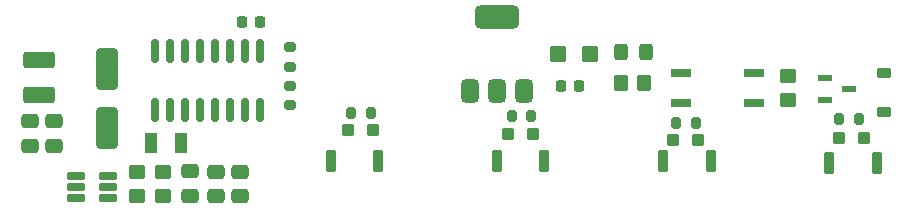
<source format=gbr>
%TF.GenerationSoftware,KiCad,Pcbnew,9.0.1*%
%TF.CreationDate,2025-06-18T23:24:53+09:00*%
%TF.ProjectId,NanoV3.3,4e616e6f-5633-42e3-932e-6b696361645f,rev?*%
%TF.SameCoordinates,Original*%
%TF.FileFunction,Paste,Bot*%
%TF.FilePolarity,Positive*%
%FSLAX46Y46*%
G04 Gerber Fmt 4.6, Leading zero omitted, Abs format (unit mm)*
G04 Created by KiCad (PCBNEW 9.0.1) date 2025-06-18 23:24:53*
%MOMM*%
%LPD*%
G01*
G04 APERTURE LIST*
G04 Aperture macros list*
%AMRoundRect*
0 Rectangle with rounded corners*
0 $1 Rounding radius*
0 $2 $3 $4 $5 $6 $7 $8 $9 X,Y pos of 4 corners*
0 Add a 4 corners polygon primitive as box body*
4,1,4,$2,$3,$4,$5,$6,$7,$8,$9,$2,$3,0*
0 Add four circle primitives for the rounded corners*
1,1,$1+$1,$2,$3*
1,1,$1+$1,$4,$5*
1,1,$1+$1,$6,$7*
1,1,$1+$1,$8,$9*
0 Add four rect primitives between the rounded corners*
20,1,$1+$1,$2,$3,$4,$5,0*
20,1,$1+$1,$4,$5,$6,$7,0*
20,1,$1+$1,$6,$7,$8,$9,0*
20,1,$1+$1,$8,$9,$2,$3,0*%
G04 Aperture macros list end*
%ADD10RoundRect,0.250000X-0.450000X0.350000X-0.450000X-0.350000X0.450000X-0.350000X0.450000X0.350000X0*%
%ADD11RoundRect,0.157140X0.366660X0.366660X-0.366660X0.366660X-0.366660X-0.366660X0.366660X-0.366660X0*%
%ADD12RoundRect,0.200000X0.200000X0.275000X-0.200000X0.275000X-0.200000X-0.275000X0.200000X-0.275000X0*%
%ADD13RoundRect,0.250000X-0.475000X0.337500X-0.475000X-0.337500X0.475000X-0.337500X0.475000X0.337500X0*%
%ADD14RoundRect,0.225000X0.225000X0.250000X-0.225000X0.250000X-0.225000X-0.250000X0.225000X-0.250000X0*%
%ADD15RoundRect,0.200000X0.275000X-0.200000X0.275000X0.200000X-0.275000X0.200000X-0.275000X-0.200000X0*%
%ADD16R,1.250000X0.600000*%
%ADD17R,1.750000X0.650000*%
%ADD18RoundRect,0.129540X0.302260X0.784860X-0.302260X0.784860X-0.302260X-0.784860X0.302260X-0.784860X0*%
%ADD19RoundRect,0.225000X-0.225000X-0.250000X0.225000X-0.250000X0.225000X0.250000X-0.225000X0.250000X0*%
%ADD20RoundRect,0.250000X0.457500X0.445000X-0.457500X0.445000X-0.457500X-0.445000X0.457500X-0.445000X0*%
%ADD21RoundRect,0.250000X-0.325000X-0.450000X0.325000X-0.450000X0.325000X0.450000X-0.325000X0.450000X0*%
%ADD22RoundRect,0.150000X0.150000X-0.825000X0.150000X0.825000X-0.150000X0.825000X-0.150000X-0.825000X0*%
%ADD23RoundRect,0.225000X-0.375000X0.225000X-0.375000X-0.225000X0.375000X-0.225000X0.375000X0.225000X0*%
%ADD24RoundRect,0.250000X0.350000X0.450000X-0.350000X0.450000X-0.350000X-0.450000X0.350000X-0.450000X0*%
%ADD25RoundRect,0.375000X0.375000X-0.625000X0.375000X0.625000X-0.375000X0.625000X-0.375000X-0.625000X0*%
%ADD26RoundRect,0.500000X1.400000X-0.500000X1.400000X0.500000X-1.400000X0.500000X-1.400000X-0.500000X0*%
%ADD27R,1.000000X1.800000*%
%ADD28RoundRect,0.250001X1.074999X-0.462499X1.074999X0.462499X-1.074999X0.462499X-1.074999X-0.462499X0*%
%ADD29RoundRect,0.250000X0.650000X-1.500000X0.650000X1.500000X-0.650000X1.500000X-0.650000X-1.500000X0*%
%ADD30RoundRect,0.162500X0.617500X0.162500X-0.617500X0.162500X-0.617500X-0.162500X0.617500X-0.162500X0*%
%ADD31RoundRect,0.250000X0.450000X-0.350000X0.450000X0.350000X-0.450000X0.350000X-0.450000X-0.350000X0*%
G04 APERTURE END LIST*
D10*
%TO.C,R3*%
X98250000Y-126250000D03*
X98250000Y-128250000D03*
%TD*%
D11*
%TO.C,L5*%
X157550000Y-123400000D03*
X155450000Y-123400000D03*
%TD*%
D12*
%TO.C,R12*%
X143325000Y-122100000D03*
X141675000Y-122100000D03*
%TD*%
D13*
%TO.C,C11*%
X89000000Y-121962500D03*
X89000000Y-124037500D03*
%TD*%
D11*
%TO.C,L4*%
X143550000Y-123500000D03*
X141450000Y-123500000D03*
%TD*%
D13*
%TO.C,C8*%
X102750000Y-126212500D03*
X102750000Y-128287500D03*
%TD*%
%TO.C,C10*%
X87000000Y-121962500D03*
X87000000Y-124037500D03*
%TD*%
D14*
%TO.C,C2*%
X133447500Y-118980000D03*
X131897500Y-118980000D03*
%TD*%
D15*
%TO.C,R2*%
X109000000Y-117325000D03*
X109000000Y-115675000D03*
%TD*%
D16*
%TO.C,Q9*%
X154250000Y-120160000D03*
X154250000Y-118250000D03*
X156350000Y-119205000D03*
%TD*%
D17*
%TO.C,U7*%
X142105000Y-120370000D03*
X142105000Y-117830000D03*
X148255000Y-117830000D03*
X148255000Y-120370000D03*
%TD*%
D18*
%TO.C,SW3*%
X130526917Y-125340000D03*
X126526417Y-125340000D03*
%TD*%
D19*
%TO.C,C5*%
X104900000Y-113525000D03*
X106450000Y-113525000D03*
%TD*%
D20*
%TO.C,C1*%
X134352500Y-116250000D03*
X131647500Y-116250000D03*
%TD*%
D12*
%TO.C,R11*%
X129400000Y-121500000D03*
X127750000Y-121500000D03*
%TD*%
D21*
%TO.C,D22*%
X137047500Y-116090000D03*
X139097500Y-116090000D03*
%TD*%
D13*
%TO.C,C9*%
X104750000Y-126212500D03*
X104750000Y-128287500D03*
%TD*%
D22*
%TO.C,U5*%
X106445000Y-120975000D03*
X105175000Y-120975000D03*
X103905000Y-120975000D03*
X102635000Y-120975000D03*
X101365000Y-120975000D03*
X100095000Y-120975000D03*
X98825000Y-120975000D03*
X97555000Y-120975000D03*
X97555000Y-116025000D03*
X98825000Y-116025000D03*
X100095000Y-116025000D03*
X101365000Y-116025000D03*
X102635000Y-116025000D03*
X103905000Y-116025000D03*
X105175000Y-116025000D03*
X106445000Y-116025000D03*
%TD*%
D10*
%TO.C,R36*%
X151120000Y-118120000D03*
X151120000Y-120120000D03*
%TD*%
D23*
%TO.C,D21*%
X159250000Y-117850000D03*
X159250000Y-121150000D03*
%TD*%
D24*
%TO.C,R35*%
X139000000Y-118750000D03*
X137000000Y-118750000D03*
%TD*%
D11*
%TO.C,L3*%
X129580000Y-123000000D03*
X127480000Y-123000000D03*
%TD*%
D13*
%TO.C,C12*%
X100500000Y-126175000D03*
X100500000Y-128250000D03*
%TD*%
D18*
%TO.C,SW2*%
X116460250Y-125340000D03*
X112459750Y-125340000D03*
%TD*%
D12*
%TO.C,R10*%
X115825000Y-121250000D03*
X114175000Y-121250000D03*
%TD*%
D18*
%TO.C,SW4*%
X144593583Y-125340000D03*
X140593083Y-125340000D03*
%TD*%
D25*
%TO.C,U1*%
X128800000Y-119400000D03*
X126500000Y-119400000D03*
X124200000Y-119400000D03*
D26*
X126500000Y-113100000D03*
%TD*%
D15*
%TO.C,R9*%
X109000000Y-120575000D03*
X109000000Y-118925000D03*
%TD*%
D18*
%TO.C,SW5*%
X158660250Y-125500000D03*
X154659750Y-125500000D03*
%TD*%
D27*
%TO.C,Y2*%
X97250000Y-123750000D03*
X99750000Y-123750000D03*
%TD*%
D28*
%TO.C,L1*%
X87750000Y-119737500D03*
X87750000Y-116762500D03*
%TD*%
D12*
%TO.C,R13*%
X157125000Y-121800000D03*
X155475000Y-121800000D03*
%TD*%
D29*
%TO.C,D10*%
X93500000Y-122500000D03*
X93500000Y-117500000D03*
%TD*%
D11*
%TO.C,L2*%
X115990000Y-122670000D03*
X113890000Y-122670000D03*
%TD*%
D30*
%TO.C,U3*%
X93600000Y-126550000D03*
X93600000Y-127500000D03*
X93600000Y-128450000D03*
X90900000Y-128450000D03*
X90900000Y-127500000D03*
X90900000Y-126550000D03*
%TD*%
D31*
%TO.C,R4*%
X96000000Y-128250000D03*
X96000000Y-126250000D03*
%TD*%
M02*

</source>
